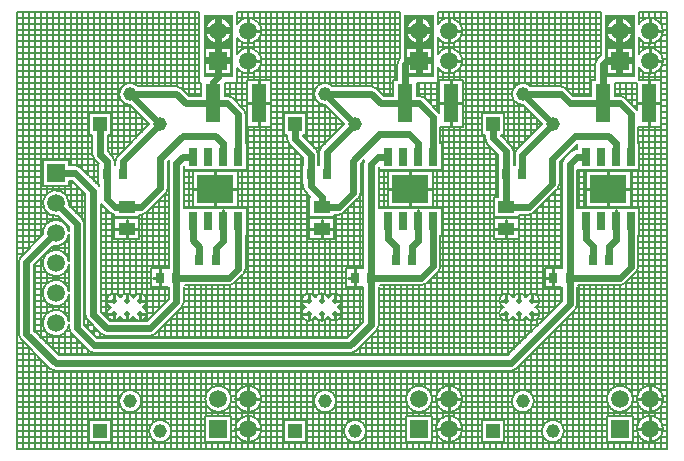
<source format=gtl>
G04*
G04 #@! TF.GenerationSoftware,Altium Limited,Altium Designer,18.0.9 (584)*
G04*
G04 Layer_Physical_Order=1*
G04 Layer_Color=255*
%FSLAX43Y43*%
%MOMM*%
G71*
G01*
G75*
%ADD14C,0.200*%
%ADD15C,0.254*%
%ADD27R,0.720X0.880*%
%ADD28R,1.300X3.250*%
%ADD29R,1.400X1.050*%
%ADD30R,0.800X1.500*%
%ADD31R,3.100X2.410*%
%ADD32C,0.600*%
%ADD33C,1.168*%
%ADD34R,1.168X1.168*%
%ADD35C,1.500*%
%ADD36R,1.500X1.500*%
%ADD37R,1.500X1.500*%
%ADD38C,0.500*%
G36*
X18750Y32000D02*
X16250D01*
Y37250D01*
X18750D01*
Y32000D01*
D02*
G37*
G36*
X35750Y37250D02*
X35750Y37250D01*
Y32000D01*
X33250D01*
Y37250D01*
X35750Y37250D01*
D02*
G37*
G36*
X52750Y32000D02*
X50250D01*
Y37250D01*
X52750D01*
Y32000D01*
D02*
G37*
%LPC*%
G36*
X17800Y36852D02*
Y36190D01*
X18462D01*
X18377Y36396D01*
X18216Y36606D01*
X18006Y36767D01*
X17800Y36852D01*
D02*
G37*
G36*
X17200D02*
X16994Y36767D01*
X16784Y36606D01*
X16623Y36396D01*
X16538Y36190D01*
X17200D01*
Y36852D01*
D02*
G37*
G36*
X18462Y35590D02*
X17800D01*
Y34928D01*
X18006Y35013D01*
X18216Y35174D01*
X18377Y35384D01*
X18462Y35590D01*
D02*
G37*
G36*
X17200D02*
X16538D01*
X16623Y35384D01*
X16784Y35174D01*
X16994Y35013D01*
X17200Y34928D01*
Y35590D01*
D02*
G37*
G36*
X18504Y34354D02*
X17800D01*
Y33650D01*
X18504D01*
Y34354D01*
D02*
G37*
G36*
X17200D02*
X16496D01*
Y33650D01*
X17200D01*
Y34354D01*
D02*
G37*
G36*
X18504Y33050D02*
X17800D01*
Y32346D01*
X18504D01*
Y33050D01*
D02*
G37*
G36*
X17200D02*
X16496D01*
Y32346D01*
X17200D01*
Y33050D01*
D02*
G37*
G36*
X34800Y36852D02*
Y36190D01*
X35462D01*
X35377Y36396D01*
X35216Y36606D01*
X35006Y36767D01*
X34800Y36852D01*
D02*
G37*
G36*
X34200D02*
X33994Y36767D01*
X33784Y36606D01*
X33623Y36396D01*
X33538Y36190D01*
X34200D01*
Y36852D01*
D02*
G37*
G36*
X35462Y35590D02*
X34800D01*
Y34928D01*
X35006Y35013D01*
X35216Y35174D01*
X35377Y35384D01*
X35462Y35590D01*
D02*
G37*
G36*
X34200D02*
X33538D01*
X33623Y35384D01*
X33784Y35174D01*
X33994Y35013D01*
X34200Y34928D01*
Y35590D01*
D02*
G37*
G36*
X35504Y34354D02*
X34800D01*
Y33650D01*
X35504D01*
Y34354D01*
D02*
G37*
G36*
X34200D02*
X33496D01*
Y33650D01*
X34200D01*
Y34354D01*
D02*
G37*
G36*
X35504Y33050D02*
X34800D01*
Y32346D01*
X35504D01*
Y33050D01*
D02*
G37*
G36*
X34200D02*
X33496D01*
Y32346D01*
X34200D01*
Y33050D01*
D02*
G37*
G36*
X51800Y36852D02*
Y36190D01*
X52462D01*
X52377Y36396D01*
X52216Y36606D01*
X52006Y36767D01*
X51800Y36852D01*
D02*
G37*
G36*
X51200D02*
X50994Y36767D01*
X50784Y36606D01*
X50623Y36396D01*
X50538Y36190D01*
X51200D01*
Y36852D01*
D02*
G37*
G36*
X52462Y35590D02*
X51800D01*
Y34928D01*
X52006Y35013D01*
X52216Y35174D01*
X52377Y35384D01*
X52462Y35590D01*
D02*
G37*
G36*
X51200D02*
X50538D01*
X50623Y35384D01*
X50784Y35174D01*
X50994Y35013D01*
X51200Y34928D01*
Y35590D01*
D02*
G37*
G36*
X52504Y34354D02*
X51800D01*
Y33650D01*
X52504D01*
Y34354D01*
D02*
G37*
G36*
X51200D02*
X50496D01*
Y33650D01*
X51200D01*
Y34354D01*
D02*
G37*
G36*
X52504Y33050D02*
X51800D01*
Y32346D01*
X52504D01*
Y33050D01*
D02*
G37*
G36*
X51200D02*
X50496D01*
Y32346D01*
X51200D01*
Y33050D01*
D02*
G37*
%LPD*%
D14*
X55144Y35890D02*
G03*
X53111Y36486I-1104J0D01*
G01*
Y35294D02*
G03*
X55144Y35890I929J596D01*
G01*
Y33350D02*
G03*
X53111Y33946I-1104J0D01*
G01*
Y32754D02*
G03*
X55144Y33350I929J596D01*
G01*
X49588Y33513D02*
G03*
X49396Y33050I462J-462D01*
G01*
X49588Y33513D02*
G03*
X49396Y33050I462J-462D01*
G01*
X51962Y30212D02*
G03*
X51500Y30404I-462J-462D01*
G01*
X51962Y30212D02*
G03*
X51500Y30404I-462J-462D01*
G01*
X46962Y31002D02*
G03*
X46500Y31194I-462J-462D01*
G01*
X46962Y31002D02*
G03*
X46500Y31194I-462J-462D01*
G01*
X43962D02*
G03*
X43303Y29602I-672J-654D01*
G01*
X47841Y25904D02*
G03*
X47395Y25713I16J-654D01*
G01*
X47841Y25904D02*
G03*
X47395Y25713I16J-654D01*
G01*
X46778Y25095D02*
G03*
X46586Y24633I462J-462D01*
G01*
X46778Y25095D02*
G03*
X46586Y24633I462J-462D01*
G01*
X46212Y22488D02*
G03*
X46404Y22950I-462J462D01*
G01*
X46212Y22488D02*
G03*
X46404Y22950I-462J462D01*
G01*
X43775Y20321D02*
G03*
X44237Y20513I0J654D01*
G01*
X43775Y20321D02*
G03*
X44237Y20513I0J654D01*
G01*
X38144Y35890D02*
G03*
X36111Y36486I-1104J0D01*
G01*
Y32754D02*
G03*
X38144Y33350I929J596D01*
G01*
D02*
G03*
X36111Y33946I-1104J0D01*
G01*
Y35294D02*
G03*
X38144Y35890I929J596D01*
G01*
X32838Y33513D02*
G03*
X32646Y33050I462J-462D01*
G01*
X32838Y33513D02*
G03*
X32646Y33050I462J-462D01*
G01*
X30922Y31002D02*
G03*
X30460Y31194I-462J-462D01*
G01*
X34962Y30212D02*
G03*
X34500Y30404I-462J-462D01*
G01*
X34962Y30212D02*
G03*
X34500Y30404I-462J-462D01*
G01*
X30922Y31002D02*
G03*
X30460Y31194I-462J-462D01*
G01*
X42514Y25677D02*
G03*
X42322Y26140I-654J0D01*
G01*
X42514Y25677D02*
G03*
X42322Y26140I-654J0D01*
G01*
X42778Y25872D02*
G03*
X42586Y25410I462J-462D01*
G01*
X42778Y25872D02*
G03*
X42586Y25410I462J-462D01*
G01*
X40096Y26787D02*
G03*
X40288Y26325I654J0D01*
G01*
X40096Y26787D02*
G03*
X40288Y26325I654J0D01*
G01*
X29846Y24921D02*
G03*
X29786Y24647I594J-274D01*
G01*
X29846Y24921D02*
G03*
X29786Y24647I594J-274D01*
G01*
X29362Y21705D02*
G03*
X29554Y22168I-462J462D01*
G01*
X29362Y21705D02*
G03*
X29554Y22168I-462J462D01*
G01*
X27707Y20321D02*
G03*
X28170Y20513I0J654D01*
G01*
X27707Y20321D02*
G03*
X28170Y20513I0J654D01*
G01*
X52867Y15443D02*
G03*
X53059Y15905I-462J462D01*
G01*
X52867Y15443D02*
G03*
X53059Y15905I-462J462D01*
G01*
X51500Y14346D02*
G03*
X51962Y14538I0J654D01*
G01*
X51500Y14346D02*
G03*
X51962Y14538I0J654D01*
G01*
X47712Y12288D02*
G03*
X47904Y12750I-462J462D01*
G01*
X47712Y12288D02*
G03*
X47904Y12750I-462J462D01*
G01*
X44350Y12500D02*
G03*
X44704Y13050I-250J550D01*
G01*
D02*
G03*
X43550Y13300I-604J0D01*
G01*
Y11700D02*
G03*
X44704Y11950I550J250D01*
G01*
D02*
G03*
X44350Y12500I-604J0D01*
G01*
X43550Y13300D02*
G03*
X42450Y13300I-550J-250D01*
G01*
Y11700D02*
G03*
X43550Y11700I550J250D01*
G01*
X55144Y4727D02*
G03*
X55144Y4727I-1104J0D01*
G01*
X52604D02*
G03*
X52604Y4727I-1104J0D01*
G01*
X55144Y2187D02*
G03*
X55144Y2187I-1104J0D01*
G01*
X42250Y7096D02*
G03*
X42712Y7288I0J654D01*
G01*
X42250Y7096D02*
G03*
X42712Y7288I0J654D01*
G01*
X46768Y2000D02*
G03*
X46768Y2000I-938J0D01*
G01*
X44228Y4540D02*
G03*
X44228Y4540I-938J0D01*
G01*
X42450Y13300D02*
G03*
X41650Y12500I-550J-250D01*
G01*
X36118Y15493D02*
G03*
X36309Y15955I-462J462D01*
G01*
X36118Y15493D02*
G03*
X36309Y15955I-462J462D01*
G01*
X34700Y14346D02*
G03*
X35162Y14538I0J654D01*
G01*
X34700Y14346D02*
G03*
X35162Y14538I0J654D01*
G01*
X41650Y12500D02*
G03*
X42450Y11700I250J-550D01*
G01*
X27600Y12500D02*
G03*
X27954Y13050I-250J550D01*
G01*
D02*
G03*
X26800Y13300I-604J0D01*
G01*
X30902Y10545D02*
G03*
X31094Y11008I-462J462D01*
G01*
X30902Y10545D02*
G03*
X31094Y11008I-462J462D01*
G01*
X27954Y11950D02*
G03*
X27600Y12500I-604J0D01*
G01*
X28682Y8596D02*
G03*
X29145Y8788I0J654D01*
G01*
X28682Y8596D02*
G03*
X29145Y8788I0J654D01*
G01*
X38144Y4727D02*
G03*
X38144Y4727I-1104J0D01*
G01*
Y2187D02*
G03*
X38144Y2187I-1104J0D01*
G01*
X35604Y4727D02*
G03*
X35604Y4727I-1104J0D01*
G01*
X30018Y2000D02*
G03*
X30018Y2000I-938J0D01*
G01*
X27212Y31194D02*
G03*
X26553Y29602I-672J-654D01*
G01*
X19111Y35294D02*
G03*
X21144Y35890I929J596D01*
G01*
D02*
G03*
X19111Y36486I-1104J0D01*
G01*
X21144Y33350D02*
G03*
X19111Y33946I-1104J0D01*
G01*
Y32754D02*
G03*
X21144Y33350I929J596D01*
G01*
X18717Y30212D02*
G03*
X18255Y30404I-462J-462D01*
G01*
X18717Y30212D02*
G03*
X18255Y30404I-462J-462D01*
G01*
X26227Y26072D02*
G03*
X26036Y25610I462J-462D01*
G01*
X26227Y26072D02*
G03*
X26036Y25610I462J-462D01*
G01*
X25964Y25413D02*
G03*
X25772Y25875I-654J0D01*
G01*
X25964Y25413D02*
G03*
X25772Y25875I-654J0D01*
G01*
X23346Y26722D02*
G03*
X23538Y26260I654J0D01*
G01*
X23346Y26722D02*
G03*
X23538Y26260I654J0D01*
G01*
X24656Y22771D02*
G03*
X24847Y22308I654J0D01*
G01*
X24656Y22771D02*
G03*
X24847Y22308I654J0D01*
G01*
X19809Y28850D02*
G03*
X19617Y29312I-654J0D01*
G01*
X19809Y28850D02*
G03*
X19617Y29312I-654J0D01*
G01*
X14423Y31002D02*
G03*
X13960Y31194I-462J-462D01*
G01*
X14423Y31002D02*
G03*
X13960Y31194I-462J-462D01*
G01*
X10712D02*
G03*
X10053Y29602I-672J-654D01*
G01*
X13322Y24897D02*
G03*
X13286Y24683I618J-214D01*
G01*
X13322Y24897D02*
G03*
X13286Y24683I618J-214D01*
G01*
X8977Y25322D02*
G03*
X8786Y24860I462J-462D01*
G01*
X8977Y25322D02*
G03*
X8786Y24860I462J-462D01*
G01*
X8714Y24857D02*
G03*
X8522Y25320I-654J0D01*
G01*
X8714Y24857D02*
G03*
X8522Y25320I-654J0D01*
G01*
X6846Y25417D02*
G03*
X7038Y24955I654J0D01*
G01*
X6846Y25417D02*
G03*
X7038Y24955I654J0D01*
G01*
X5862Y24312D02*
G03*
X5400Y24504I-462J-462D01*
G01*
X5862Y24312D02*
G03*
X5400Y24504I-462J-462D01*
G01*
X13062Y22138D02*
G03*
X13254Y22600I-462J462D01*
G01*
X13062Y22138D02*
G03*
X13254Y22600I-462J462D01*
G01*
X10975Y20321D02*
G03*
X11437Y20513I0J654D01*
G01*
X10975Y20321D02*
G03*
X11437Y20513I0J654D01*
G01*
X8279D02*
G03*
X8696Y20323I462J462D01*
G01*
X8279Y20513D02*
G03*
X8696Y20323I462J462D01*
G01*
X6154Y19560D02*
G03*
X5962Y20022I-654J0D01*
G01*
X6154Y19560D02*
G03*
X5962Y20022I-654J0D01*
G01*
X4854Y21310D02*
G03*
X3916Y20219I-1104J0D01*
G01*
X4841Y21144D02*
G03*
X4854Y21310I-1091J166D01*
G01*
X4846Y18903D02*
G03*
X2653Y18648I-1096J-133D01*
G01*
X3541Y17686D02*
G03*
X4846Y18637I209J1084D01*
G01*
X788Y16782D02*
G03*
X596Y16320I462J-462D01*
G01*
X788Y16782D02*
G03*
X596Y16320I462J-462D01*
G01*
X26800Y13300D02*
G03*
X25700Y13300I-550J-250D01*
G01*
X25700D02*
G03*
X24900Y12500I-550J-250D01*
G01*
X26800Y11700D02*
G03*
X27954Y11950I550J250D01*
G01*
X25700Y11700D02*
G03*
X26800Y11700I550J250D01*
G01*
X24900Y12500D02*
G03*
X25700Y11700I250J-550D01*
G01*
X19617Y15293D02*
G03*
X19809Y15755I-462J462D01*
G01*
X19617Y15293D02*
G03*
X19809Y15755I-462J462D01*
G01*
X18400Y14346D02*
G03*
X18862Y14538I0J654D01*
G01*
X18400Y14346D02*
G03*
X18862Y14538I0J654D01*
G01*
X14402Y12478D02*
G03*
X14594Y12940I-462J462D01*
G01*
X14402Y12478D02*
G03*
X14594Y12940I-462J462D01*
G01*
X27478Y4540D02*
G03*
X27478Y4540I-938J0D01*
G01*
X21144Y4727D02*
G03*
X21144Y4727I-1104J0D01*
G01*
X18604D02*
G03*
X18604Y4727I-1104J0D01*
G01*
X21144Y2187D02*
G03*
X21144Y2187I-1104J0D01*
G01*
X13518Y2000D02*
G03*
X13518Y2000I-938J0D01*
G01*
X11454Y13050D02*
G03*
X10300Y13300I-604J0D01*
G01*
X11100Y12500D02*
G03*
X11454Y13050I-250J550D01*
G01*
X10300Y13300D02*
G03*
X9200Y13300I-550J-250D01*
G01*
X9200D02*
G03*
X8400Y12500I-550J-250D01*
G01*
X11454Y11950D02*
G03*
X11100Y12500I-604J0D01*
G01*
X10934Y11352D02*
G03*
X11454Y11950I-84J598D01*
G01*
X10300Y11701D02*
G03*
X10766Y11352I550J250D01*
G01*
X9834D02*
G03*
X10300Y11701I-84J598D01*
G01*
X9200D02*
G03*
X9666Y11352I550J250D01*
G01*
X8400Y12500D02*
G03*
X8566Y11352I250J-550D01*
G01*
X8734D02*
G03*
X9200Y11701I-84J598D01*
G01*
X4846Y16363D02*
G03*
X4846Y16097I-1096J-133D01*
G01*
Y13823D02*
G03*
X4846Y13557I-1096J-133D01*
G01*
X6246Y11850D02*
G03*
X6438Y11388I654J0D01*
G01*
X6246Y11850D02*
G03*
X6438Y11388I654J0D01*
G01*
X4846Y11283D02*
G03*
X4846Y11017I-1096J-133D01*
G01*
X11698Y10044D02*
G03*
X12160Y10236I0J654D01*
G01*
X11698Y10044D02*
G03*
X12160Y10236I0J654D01*
G01*
X7590D02*
G03*
X8052Y10044I462J462D01*
G01*
X7590Y10236D02*
G03*
X8052Y10044I462J462D01*
G01*
X10978Y4540D02*
G03*
X10978Y4540I-938J0D01*
G01*
X4846Y10750D02*
G03*
X5038Y10288I654J0D01*
G01*
X4846Y10750D02*
G03*
X5038Y10288I654J0D01*
G01*
X6538Y8788D02*
G03*
X7000Y8596I462J462D01*
G01*
X6538Y8788D02*
G03*
X7000Y8596I462J462D01*
G01*
X596Y10250D02*
G03*
X788Y9788I654J0D01*
G01*
X596Y10250D02*
G03*
X788Y9788I654J0D01*
G01*
X3288Y7288D02*
G03*
X3750Y7096I462J462D01*
G01*
X3288Y7288D02*
G03*
X3750Y7096I462J462D01*
G01*
X54960Y36500D02*
X55500D01*
X53111Y37000D02*
X55500D01*
X55139Y36000D02*
X55500D01*
X55000Y36435D02*
Y37500D01*
X53111Y37500D02*
X55500D01*
X53111Y37500D02*
X55500D01*
X54693Y35000D02*
X55500D01*
X55073Y35500D02*
X55500D01*
X54932Y34000D02*
X55500D01*
X53111Y34500D02*
X55500D01*
X54500Y36894D02*
Y37500D01*
X54000Y36993D02*
Y37500D01*
X53500Y36853D02*
Y37500D01*
X53111Y36486D02*
Y37250D01*
X53111Y37250D02*
Y37500D01*
Y36486D02*
Y37250D01*
X54000Y34453D02*
Y34787D01*
X54500Y34354D02*
Y34886D01*
X53500Y34313D02*
Y34927D01*
X53111Y35000D02*
X53387D01*
X53111Y33946D02*
Y35294D01*
X55134Y33500D02*
X55500D01*
X55000Y33895D02*
Y35345D01*
X54744Y32500D02*
X55500D01*
X55087Y33000D02*
X55500D01*
X54954Y31000D02*
X55500D01*
X54954Y31500D02*
X55500D01*
X54954Y30500D02*
X55500D01*
X53111Y32000D02*
X55500D01*
X53111Y31729D02*
X54954D01*
Y27771D02*
Y31729D01*
X53111Y32500D02*
X53336D01*
X53500Y31729D02*
Y32387D01*
X53111Y32000D02*
Y32754D01*
X53111Y33946D02*
Y35294D01*
Y32000D02*
Y32754D01*
X54500Y31729D02*
Y32346D01*
X54000Y31729D02*
Y32247D01*
X53111Y31729D02*
Y32000D01*
X52500Y29675D02*
Y31500D01*
X52946Y29212D02*
Y31500D01*
X38139Y36000D02*
X49889D01*
X37960Y36500D02*
X49889D01*
Y33814D02*
Y37500D01*
X38073Y35500D02*
X49889D01*
X36111Y37500D02*
X49889D01*
X36111Y37500D02*
X49889D01*
X36111Y37000D02*
X49889D01*
X51054Y31500D02*
X52946D01*
X49588Y33513D02*
X49888Y33812D01*
X51054Y31500D02*
X52946D01*
X36111Y34500D02*
X49889D01*
X37693Y35000D02*
X49889D01*
X37932Y34000D02*
X49889D01*
X49500Y33404D02*
Y37500D01*
X45500Y31194D02*
Y37500D01*
X38134Y33500D02*
X49575D01*
X44500Y31194D02*
Y37500D01*
X45000Y31194D02*
Y37500D01*
X49046Y31729D02*
X49396D01*
Y33050D01*
X38204Y31500D02*
X49046D01*
X37744Y32500D02*
X49396D01*
X38087Y33000D02*
X49396D01*
X36111Y32000D02*
X49396D01*
X51054Y30500D02*
X52946D01*
X51054Y30404D02*
Y31500D01*
X52000Y30175D02*
Y31500D01*
X51500Y30404D02*
Y31500D01*
X51054Y31000D02*
X52946D01*
X46965D02*
X49046D01*
Y30404D02*
Y31729D01*
X51962Y30212D02*
X52867Y29307D01*
X47561Y30404D02*
X49046D01*
X47465Y30500D02*
X49046D01*
X51054Y30404D02*
X51500D01*
X48000D02*
Y37500D01*
X47500Y30465D02*
Y37500D01*
X49000Y30404D02*
Y37500D01*
X48500Y30404D02*
Y37500D01*
X46000Y31194D02*
Y37500D01*
X44000Y31194D02*
Y37500D01*
X47000Y30965D02*
Y37500D01*
X46962Y31002D02*
X47561Y30404D01*
X43962Y31194D02*
X46500D01*
X46500D02*
Y37500D01*
X54954Y29500D02*
X55500D01*
X54954Y30000D02*
X55500D01*
X54954Y28500D02*
X55500D01*
X54954Y29000D02*
X55500D01*
X54954Y28000D02*
X55500D01*
X53059Y27771D02*
X54954D01*
X53059Y27500D02*
X55500D01*
X53159Y25000D02*
X55500D01*
X53159Y25500D02*
X55500D01*
X53159Y24500D02*
X55500D01*
X53059Y26500D02*
X55500D01*
X53059Y27000D02*
X55500D01*
X53159Y26000D02*
X55500D01*
X53159Y24146D02*
Y26354D01*
X53059D02*
Y27771D01*
X52175Y30000D02*
X52946D01*
X52675Y29500D02*
X52946D01*
X51651Y24146D02*
X51889D01*
X50381D02*
X50619D01*
X51889D02*
X53159D01*
X49349D02*
X50381D01*
X49111D02*
X49349D01*
X50381D02*
X50619D01*
X52404Y24000D02*
X55500D01*
X52404Y20941D02*
Y24059D01*
X53000Y20854D02*
Y24146D01*
X52500Y20854D02*
Y24146D01*
X52404Y23000D02*
X55500D01*
X52404Y23500D02*
X55500D01*
X52404Y22500D02*
X55500D01*
X53159Y20500D02*
X55500D01*
X52404Y21500D02*
X55500D01*
X53159Y20000D02*
X55500D01*
X52404Y21000D02*
X55500D01*
X52404Y22000D02*
X55500D01*
X51889Y20854D02*
X53159D01*
X51651Y24146D02*
X51889D01*
X50619D02*
X51651D01*
Y20854D02*
X51889D01*
X50619D02*
X51651D01*
X50381D02*
X50619D01*
X50381D02*
X50619D01*
X51651D02*
X51889D01*
X49111D02*
X49349D01*
X49111D02*
X49349D01*
X50381D01*
X47841Y26216D02*
X47971Y26346D01*
X47625Y26000D02*
X47841D01*
Y25904D02*
Y26216D01*
X46778Y25095D02*
X47395Y25713D01*
X46404Y24779D02*
X47841Y26216D01*
X49111Y24146D02*
X49349D01*
X47894D02*
X49111D01*
X48596Y24059D02*
X52404D01*
X47894Y24000D02*
X48596D01*
X47894Y23500D02*
X48596D01*
X43303Y29602D02*
X44892Y28013D01*
X44500Y27595D02*
Y28405D01*
X42778Y25872D02*
X44892Y27987D01*
X44000Y27095D02*
Y28905D01*
X41688Y28500D02*
X44405D01*
X38204Y29000D02*
X43905D01*
X41688Y28000D02*
X44892D01*
X46404Y24500D02*
X46586D01*
X46404Y23500D02*
X46586D01*
X41688Y27500D02*
X44405D01*
X41462Y27000D02*
X43905D01*
X46404Y24000D02*
X46586D01*
X48596Y20941D02*
Y24059D01*
X48500Y20854D02*
Y24146D01*
X48000Y20854D02*
Y24146D01*
X47894Y22500D02*
X48596D01*
X47894Y23000D02*
X48596D01*
X47894Y20854D02*
Y24146D01*
Y21500D02*
X48596D01*
X47894Y22000D02*
X48596D01*
Y20941D02*
X52404D01*
X47894Y21000D02*
X48596D01*
X45725Y22000D02*
X46586D01*
X47894Y20854D02*
X49111D01*
X46404Y23000D02*
X46586D01*
X46404Y22950D02*
Y24779D01*
X46224Y22500D02*
X46586D01*
X44237Y20513D02*
X46212Y22488D01*
X44725Y21000D02*
X46586D01*
X45225Y21500D02*
X46586D01*
X44224Y20500D02*
X46586D01*
X42954Y20321D02*
X43775D01*
X38000Y36435D02*
Y37500D01*
X37500Y36894D02*
Y37500D01*
X38000Y33895D02*
Y35345D01*
X37500Y34354D02*
Y34886D01*
Y31729D02*
Y32346D01*
X36196Y31729D02*
X38204D01*
X37000Y36993D02*
Y37500D01*
X36111Y37250D02*
Y37500D01*
X36500Y36853D02*
Y37500D01*
X36111Y36486D02*
Y37250D01*
Y35000D02*
X36387D01*
X36111Y36486D02*
Y37250D01*
Y33946D02*
Y35294D01*
X37000Y34453D02*
Y34787D01*
Y31729D02*
Y32247D01*
X36500Y34313D02*
Y34927D01*
Y31729D02*
Y32387D01*
X43500Y31454D02*
Y37500D01*
X43000Y31432D02*
Y37500D01*
X42500Y25812D02*
Y30035D01*
Y31045D02*
Y37500D01*
X38204Y31000D02*
X42472D01*
X38204Y30500D02*
X42353D01*
X42000Y26462D02*
Y37500D01*
X43500Y26595D02*
Y29405D01*
X41688Y27062D02*
Y28938D01*
X43000Y26095D02*
Y29648D01*
X38204Y29500D02*
X43405D01*
X38204Y30000D02*
X42523D01*
X39812Y28938D02*
X41688D01*
X40500D02*
Y37500D01*
X40000Y28938D02*
Y37500D01*
X41500Y28938D02*
Y37500D01*
X41000Y28938D02*
Y37500D01*
X38000Y31729D02*
Y32805D01*
X36196Y28962D02*
Y31729D01*
X38204Y27771D02*
Y31729D01*
Y28500D02*
X39812D01*
Y27062D02*
Y28938D01*
X32889Y37250D02*
Y37500D01*
X36111Y33946D02*
Y35294D01*
X32889Y33564D02*
Y37250D01*
Y33564D02*
Y37250D01*
X36111Y32500D02*
X36336D01*
X36111Y32000D02*
Y32754D01*
Y32000D02*
Y32754D01*
X34304Y31500D02*
X36111D01*
Y32000D01*
X34304Y31500D02*
X36196D01*
X32500Y31729D02*
Y37500D01*
X30000Y31194D02*
Y37500D01*
X30500Y31193D02*
Y37500D01*
X29500Y31194D02*
Y37500D01*
X27500Y31194D02*
Y37500D01*
X27000Y31358D02*
Y37500D01*
X29000Y31194D02*
Y37500D01*
X32296Y31729D02*
X32646D01*
Y33050D01*
X27212Y31194D02*
X30460D01*
X28000D02*
Y37500D01*
X28500Y31194D02*
Y37500D01*
X35000Y30175D02*
Y31500D01*
X34500Y30404D02*
Y31500D01*
X36000Y29175D02*
Y31500D01*
X35500Y29675D02*
Y31500D01*
X34304Y30500D02*
X36196D01*
X34304Y31000D02*
X36196D01*
X34304Y30404D02*
Y31500D01*
X35675Y29500D02*
X36196D01*
X35175Y30000D02*
X36196D01*
X34962Y30212D02*
X36118Y29057D01*
X34304Y30404D02*
X34500D01*
X32000D02*
Y37500D01*
X31500Y30425D02*
Y37500D01*
X32296Y30404D02*
Y31729D01*
X31000Y30925D02*
Y37500D01*
X30922Y31002D02*
X31521Y30404D01*
X31425Y30500D02*
X32296D01*
X30925Y31000D02*
X32296D01*
X31521Y30404D02*
X32296D01*
X28000Y27845D02*
Y28155D01*
X27500Y27345D02*
Y28655D01*
X27000Y26845D02*
Y29155D01*
X41962Y26500D02*
X43405D01*
X42429Y26000D02*
X42905D01*
X41404Y27058D02*
X42322Y26140D01*
X41404Y27062D02*
X41688D01*
X40288Y26325D02*
X41206Y25406D01*
X42586Y24544D02*
Y25410D01*
X41206Y24544D02*
Y25406D01*
X36409Y25000D02*
X41206D01*
X42514Y24544D02*
Y25677D01*
X39812Y27062D02*
X40096D01*
X38204Y28000D02*
X39812D01*
X40096Y26787D02*
Y27062D01*
X36309Y26354D02*
Y27771D01*
Y27500D02*
X39812D01*
X36309Y27771D02*
X38204D01*
X36309Y27000D02*
X40096D01*
X36409Y26000D02*
X40612D01*
X36409Y25500D02*
X41112D01*
X36309Y26500D02*
X40163D01*
X36409Y24500D02*
X41146D01*
Y22956D02*
Y24544D01*
X35654Y24000D02*
X41146D01*
X41206Y21854D02*
Y22956D01*
X41000Y21854D02*
Y25612D01*
X35654Y23000D02*
X41146D01*
X35654Y23500D02*
X41146D01*
X35654Y22500D02*
X41206D01*
X42954Y20096D02*
Y20321D01*
X40846Y21854D02*
X41206D01*
X40846Y20004D02*
X42954D01*
X35654Y22000D02*
X41206D01*
X36409Y20500D02*
X40846D01*
Y20096D02*
X42954D01*
X36409Y24146D02*
Y26354D01*
X35654Y20941D02*
Y24059D01*
X40846Y20096D02*
Y21854D01*
X36000Y20854D02*
Y24146D01*
X34901D02*
X35139D01*
X34901D02*
X35139D01*
X36409D01*
X35654Y21000D02*
X40846D01*
X35654Y21500D02*
X40846D01*
X35139Y20854D02*
X36409D01*
X34901D02*
X35139D01*
X33869D02*
X34901D01*
X35139D01*
X33631Y24146D02*
X33869D01*
X32599D02*
X33631D01*
X33869D02*
X34901D01*
X33631D02*
X33869D01*
X32361D02*
X32599D01*
X31094D02*
X32361D01*
X32599D01*
X31846Y24059D02*
X35654D01*
X31094Y22500D02*
X31846D01*
X31094Y22000D02*
X31846D01*
X31094Y24000D02*
X31846D01*
X31094Y24146D02*
Y24376D01*
X29554Y24629D02*
X29846Y24921D01*
X29554Y24500D02*
X29786D01*
X29554Y22168D02*
Y24629D01*
X31094Y23500D02*
X31846D01*
X29554Y24000D02*
X29786D01*
X31094Y23000D02*
X31846D01*
X29554D02*
X29786D01*
X29554Y23500D02*
X29786D01*
X29554Y22500D02*
X29786D01*
X31846Y20941D02*
X35654D01*
X31846D02*
Y24059D01*
X31500Y20854D02*
Y24146D01*
X31094Y21000D02*
X31846D01*
X31094Y21500D02*
X31846D01*
X31094Y20854D02*
Y24146D01*
X33631Y20854D02*
X33869D01*
X32599D02*
X33631D01*
X33869D01*
X32361D02*
X32599D01*
X31094D02*
X32361D01*
X32599D01*
X29532Y22000D02*
X29786D01*
X28657Y21000D02*
X29786D01*
X29157Y21500D02*
X29786D01*
X28170Y20513D02*
X29362Y21705D01*
X28157Y20500D02*
X29786D01*
X27304Y20321D02*
X27707D01*
X27304Y20096D02*
Y20321D01*
Y20000D02*
X29786D01*
X53159Y19000D02*
X55500D01*
X53159Y19500D02*
X55500D01*
X53059Y18000D02*
X55500D01*
X53059Y18500D02*
X55500D01*
X53059Y17000D02*
X55500D01*
X53059Y17500D02*
X55500D01*
X53059Y16500D02*
X55500D01*
X52918Y15500D02*
X55500D01*
X53059Y16000D02*
X55500D01*
X52425Y15000D02*
X55500D01*
X47894Y14000D02*
X55500D01*
X51921Y14500D02*
X55500D01*
X47894Y13500D02*
X55500D01*
X53159Y18646D02*
Y20854D01*
X53059Y15905D02*
Y18646D01*
X46500Y15794D02*
Y24875D01*
X46000Y15794D02*
Y22275D01*
X46586Y15794D02*
Y24633D01*
X51962Y14538D02*
X52867Y15443D01*
X47954Y14346D02*
X51500D01*
X46586Y13011D02*
Y14206D01*
X55000Y5272D02*
Y32805D01*
X54500Y5730D02*
Y27771D01*
X55500Y500D02*
Y37500D01*
X55500Y500D02*
Y37500D01*
X54000Y5830D02*
Y27771D01*
X53500Y5689D02*
Y27771D01*
X53000Y5096D02*
Y15633D01*
X52000Y5711D02*
Y14575D01*
X51500Y5831D02*
Y14346D01*
X52500Y5195D02*
Y15075D01*
X47854Y12500D02*
X55500D01*
X47894Y13000D02*
X55500D01*
X47425Y12000D02*
X55500D01*
X51000Y5711D02*
Y14346D01*
X50500Y5194D02*
Y14346D01*
X50000Y500D02*
Y14346D01*
X49500Y500D02*
Y14346D01*
X48500Y500D02*
Y14346D01*
X48000Y500D02*
Y14346D01*
X49000Y500D02*
Y14346D01*
X47894Y12864D02*
Y14206D01*
X47000Y500D02*
Y11575D01*
X46500Y12925D02*
Y14206D01*
X47500Y500D02*
Y12075D01*
X42954Y19500D02*
X46586D01*
X42954Y20000D02*
X46586D01*
X42954Y18500D02*
X46586D01*
X42954Y19000D02*
X46586D01*
X36309Y17500D02*
X46586D01*
X36309Y18000D02*
X46586D01*
X36309Y17000D02*
X46586D01*
X45146Y15794D02*
X46526D01*
X45146Y14206D02*
X46526D01*
X36309Y16000D02*
X46586D01*
X36309Y16500D02*
X46586D01*
X31094Y14000D02*
X46586D01*
X45500Y15794D02*
Y21775D01*
X43000Y13654D02*
Y20321D01*
X44500Y13503D02*
Y20775D01*
X44000Y13646D02*
Y20361D01*
X42954Y18246D02*
Y20004D01*
X40846Y18246D02*
X42954D01*
X45146Y14206D02*
Y15794D01*
X35625Y15000D02*
X45146D01*
X36125Y15500D02*
X45146D01*
X35121Y14500D02*
X45146D01*
X44503Y13500D02*
X46586D01*
X46000Y12425D02*
Y14206D01*
X45500Y11925D02*
Y14206D01*
X45000Y11425D02*
Y21275D01*
X41979Y8404D02*
X46586Y13011D01*
X44702Y13000D02*
X46575D01*
X44350Y12500D02*
X46075D01*
X44702Y12000D02*
X45575D01*
X42712Y7288D02*
X47712Y12288D01*
X43403Y13500D02*
X43697D01*
X43500Y13389D02*
Y20321D01*
X42303Y13500D02*
X42597D01*
X44500Y12403D02*
Y12597D01*
X43500Y9925D02*
Y11611D01*
X55110Y5000D02*
X55500D01*
X54828Y5500D02*
X55500D01*
X46925Y11500D02*
X55500D01*
X54871Y4000D02*
X55500D01*
X55120Y4500D02*
X55500D01*
X54786Y3000D02*
X55500D01*
X54000Y3290D02*
Y3623D01*
X54500Y3190D02*
Y3723D01*
X52570Y5000D02*
X52970D01*
X52581Y4500D02*
X52959D01*
X52331Y4000D02*
X53209D01*
X52500Y3290D02*
Y4258D01*
X52288Y5500D02*
X53252D01*
X50500Y3290D02*
Y4259D01*
X53500Y3149D02*
Y3764D01*
X52000Y3290D02*
Y3742D01*
X52604Y3000D02*
X53294D01*
X50396Y3290D02*
X52604D01*
X51000D02*
Y3742D01*
X51500Y3290D02*
Y3622D01*
X55099Y2500D02*
X55500D01*
X55000Y2732D02*
Y4181D01*
X54905Y1500D02*
X55500D01*
X55128Y2000D02*
X55500D01*
X55000Y500D02*
Y1641D01*
X54000Y500D02*
Y1083D01*
X53500Y500D02*
Y1224D01*
X54500Y500D02*
Y1183D01*
X53000Y2556D02*
Y4357D01*
X52604Y2500D02*
X52981D01*
X53000Y500D02*
Y1817D01*
X52604Y1082D02*
Y3290D01*
Y1500D02*
X53175D01*
X52604Y2000D02*
X52952D01*
X50396Y1082D02*
Y3290D01*
X52000Y500D02*
Y1082D01*
X51500Y500D02*
Y1082D01*
X52500Y500D02*
Y1082D01*
X50396D02*
X52604D01*
X50500Y500D02*
Y1082D01*
X51000Y500D02*
Y1082D01*
X46425Y11000D02*
X55500D01*
X44503Y11500D02*
X45075D01*
X45425Y10000D02*
X55500D01*
X45925Y10500D02*
X55500D01*
X31094Y11000D02*
X44575D01*
X44500Y10925D02*
Y11497D01*
X30857Y10500D02*
X44075D01*
X44425Y9000D02*
X55500D01*
X44925Y9500D02*
X55500D01*
X43925Y8500D02*
X55500D01*
X42925Y7500D02*
X55500D01*
X43425Y8000D02*
X55500D01*
X37828Y5500D02*
X50712D01*
X43403Y11500D02*
X43697D01*
X42303D02*
X42597D01*
X44000Y10425D02*
Y11354D01*
X43000Y9425D02*
Y11346D01*
X30357Y10000D02*
X43575D01*
X29857Y9500D02*
X43075D01*
X29357Y9000D02*
X42575D01*
X43500Y5454D02*
Y8075D01*
X43000Y5432D02*
Y7575D01*
X44000Y5153D02*
Y8575D01*
X42500Y5045D02*
Y7146D01*
X44227Y4500D02*
X50419D01*
X46000Y2922D02*
Y10575D01*
X46500Y2657D02*
Y11075D01*
X44057Y4000D02*
X50669D01*
X44108Y5000D02*
X50430D01*
X37786Y3000D02*
X50396D01*
X46768Y2000D02*
X50396D01*
X46624Y2500D02*
X50396D01*
X46624Y1500D02*
X50396D01*
X46000Y500D02*
Y1078D01*
X45500Y500D02*
Y1122D01*
X46500Y500D02*
Y1343D01*
X45500Y2878D02*
Y10075D01*
X45000Y2437D02*
Y9575D01*
X44500Y500D02*
Y9075D01*
X37871Y4000D02*
X42523D01*
X44000Y500D02*
Y3927D01*
X43500Y500D02*
Y3626D01*
X43000Y500D02*
Y3648D01*
X45000Y500D02*
Y1563D01*
X41688Y2500D02*
X45036D01*
X41688Y2000D02*
X44892D01*
X41688Y1500D02*
X45036D01*
X42500Y13389D02*
Y18246D01*
X42000Y13646D02*
Y18246D01*
X36309Y18500D02*
X40846D01*
X41500Y13502D02*
Y18246D01*
Y12402D02*
Y12598D01*
X31094Y13500D02*
X41497D01*
X31094Y12500D02*
X41650D01*
X36409Y19000D02*
X40846D01*
X36409Y20000D02*
X40846D01*
Y18246D02*
Y20004D01*
X36409Y18646D02*
Y20854D01*
Y19500D02*
X40846D01*
X36309Y15955D02*
Y18646D01*
X35162Y14538D02*
X36118Y15493D01*
X31154Y14346D02*
X34700D01*
X40000Y8404D02*
Y27062D01*
X39500Y8404D02*
Y37500D01*
X41000Y8404D02*
Y18246D01*
X40500Y8404D02*
Y26112D01*
X38500Y8404D02*
Y37500D01*
X38000Y8404D02*
Y27771D01*
X39000Y8404D02*
Y37500D01*
X42500Y8925D02*
Y11611D01*
X42000Y8425D02*
Y11354D01*
X41500Y8404D02*
Y11498D01*
X36500Y8404D02*
Y27771D01*
X36000Y8404D02*
Y15375D01*
X37500Y8404D02*
Y27771D01*
X37000Y8404D02*
Y27771D01*
X35000Y8404D02*
Y14419D01*
X34500Y8404D02*
Y14346D01*
X35500Y8404D02*
Y14875D01*
X33500Y8404D02*
Y14346D01*
X33000Y8404D02*
Y14346D01*
X34000Y8404D02*
Y14346D01*
X32000Y8404D02*
Y14346D01*
X31500Y8404D02*
Y14346D01*
X32500Y8404D02*
Y14346D01*
X29786Y15794D02*
Y24647D01*
X29500Y15794D02*
Y21907D01*
X28346Y14206D02*
X29726D01*
X28346Y15794D02*
X29726D01*
X27304Y19000D02*
X29786D01*
X27304Y19500D02*
X29786D01*
X27304Y18500D02*
X29786D01*
X31094Y13000D02*
X41298D01*
X31094Y12000D02*
X41298D01*
X27952D02*
X29786D01*
X27952Y13000D02*
X29786D01*
X27753Y13500D02*
X29786D01*
X27600Y12500D02*
X29786D01*
X29000Y15794D02*
Y21343D01*
X28500Y15794D02*
Y20843D01*
X28346Y14206D02*
Y15794D01*
X27500Y13635D02*
Y20321D01*
X27304Y18246D02*
Y20004D01*
X27000Y13542D02*
Y18246D01*
X31094Y11500D02*
X41497D01*
X29786Y11278D02*
Y14206D01*
X31094Y11008D02*
Y14206D01*
X27753Y11500D02*
X29786D01*
X29500Y10992D02*
Y14206D01*
X28412Y9904D02*
X29786Y11278D01*
X31000Y8404D02*
Y10670D01*
X30500Y8404D02*
Y10143D01*
X29145Y8788D02*
X30902Y10545D01*
X29500Y8404D02*
Y9143D01*
X30000Y8404D02*
Y9643D01*
X29000Y10492D02*
Y14206D01*
X28500Y9992D02*
Y14206D01*
X28000Y9904D02*
Y20390D01*
X29000Y8404D02*
Y8678D01*
X27500Y9904D02*
Y11365D01*
X27000Y9904D02*
Y11458D01*
X28500Y8404D02*
Y8596D01*
X40500Y2938D02*
Y7096D01*
X40000Y2938D02*
Y7096D01*
X41500Y2938D02*
Y7096D01*
X41000Y2938D02*
Y7096D01*
X38110Y5000D02*
X42472D01*
X38000Y5272D02*
Y7096D01*
X38120Y4500D02*
X42353D01*
X39812Y2938D02*
X41688D01*
X38099Y2500D02*
X39812D01*
X38000Y2732D02*
Y4181D01*
X37500Y5730D02*
Y7096D01*
X37000Y5830D02*
Y7096D01*
X36500Y5689D02*
Y7096D01*
X36000Y5097D02*
Y7096D01*
X37500Y3190D02*
Y3723D01*
X37000Y3290D02*
Y3623D01*
X36500Y3149D02*
Y3764D01*
X35604Y3000D02*
X36294D01*
X36000Y2557D02*
Y4356D01*
X35604Y2500D02*
X35981D01*
X41688Y1062D02*
Y2938D01*
X39812Y1062D02*
Y2938D01*
X42500Y500D02*
Y4035D01*
X42000Y500D02*
Y7096D01*
X38128Y2000D02*
X39812D01*
X39000Y500D02*
Y7096D01*
X39500Y500D02*
Y7096D01*
X41000Y500D02*
Y1062D01*
X40500Y500D02*
Y1062D01*
X41500Y500D02*
Y1062D01*
X39812D02*
X41688D01*
X37905Y1500D02*
X39812D01*
X40000Y500D02*
Y1062D01*
X38500Y500D02*
Y7096D01*
X35604Y2000D02*
X35952D01*
X35604Y1082D02*
Y3290D01*
X37500Y500D02*
Y1183D01*
X37000Y500D02*
Y1083D01*
X38000Y500D02*
Y1641D01*
X35604Y1500D02*
X36175D01*
X36000Y500D02*
Y1816D01*
X36500Y500D02*
Y1224D01*
X35288Y5500D02*
X36252D01*
X35000Y5711D02*
Y7096D01*
X35570Y5000D02*
X35970D01*
X35500Y5195D02*
Y7096D01*
X34500Y5831D02*
Y7096D01*
X34000Y5711D02*
Y7096D01*
X35331Y4000D02*
X36209D01*
X35581Y4500D02*
X35959D01*
X35500Y3290D02*
Y4258D01*
X33396Y3290D02*
X35604D01*
X34500D02*
Y3622D01*
X35000Y3290D02*
Y3742D01*
X33500Y5194D02*
Y7096D01*
X28000Y8404D02*
Y8596D01*
X29500Y2839D02*
Y7096D01*
X29000Y2935D02*
Y7096D01*
X27500Y8404D02*
Y8596D01*
X27000Y8404D02*
Y8596D01*
Y5358D02*
Y7096D01*
X34000Y3290D02*
Y3742D01*
X33500Y3290D02*
Y4259D01*
X28500Y2737D02*
Y7096D01*
X27358Y5000D02*
X33430D01*
X27477Y4500D02*
X33419D01*
X27307Y4000D02*
X33669D01*
X33396Y1082D02*
Y3290D01*
X33000Y500D02*
Y7096D01*
X32500Y500D02*
Y7096D01*
X32000Y500D02*
Y7096D01*
X30018Y2000D02*
X33396D01*
X29874Y2500D02*
X33396D01*
X29874Y1500D02*
X33396D01*
X35000Y500D02*
Y1082D01*
X34500Y500D02*
Y1082D01*
X35500Y500D02*
Y1082D01*
X33396D02*
X35604D01*
X33500Y500D02*
Y1082D01*
X34000Y500D02*
Y1082D01*
X31000Y500D02*
Y7096D01*
X30500Y500D02*
Y7096D01*
X31500Y500D02*
Y7096D01*
X30000Y2184D02*
Y7096D01*
X28000Y500D02*
Y7096D01*
X27500Y500D02*
Y7096D01*
X29500Y500D02*
Y1161D01*
X29000Y500D02*
Y1065D01*
X30000Y500D02*
Y1816D01*
X28500Y500D02*
Y1263D01*
X27000Y500D02*
Y3722D01*
X21139Y36000D02*
X32889D01*
X20960Y36500D02*
X32889D01*
X21073Y35500D02*
X32889D01*
X21500Y31729D02*
Y37500D01*
X20693Y35000D02*
X32889D01*
X19111Y34500D02*
X32889D01*
X20932Y34000D02*
X32889D01*
X21134Y33500D02*
X32825D01*
X21087Y33000D02*
X32646D01*
X20744Y32500D02*
X32646D01*
X19946Y31729D02*
X21954D01*
X21000Y36435D02*
Y37500D01*
X20500Y36894D02*
Y37500D01*
X21000Y33895D02*
Y35345D01*
X20000Y36993D02*
Y37500D01*
X19500Y36853D02*
Y37500D01*
X20500Y34354D02*
Y34886D01*
X21000Y31729D02*
Y32805D01*
X20000Y34453D02*
Y34787D01*
X19500Y34313D02*
Y34927D01*
X26500Y31477D02*
Y37500D01*
X26000Y31307D02*
Y37500D01*
X25500Y26147D02*
Y37500D01*
X21954Y31500D02*
X32296D01*
X21954Y31000D02*
X25722D01*
X25000Y26647D02*
Y37500D01*
X26553Y29602D02*
X28142Y28013D01*
X26500Y26345D02*
Y29603D01*
X26000Y24544D02*
Y29773D01*
X21954Y30000D02*
X25773D01*
X21954Y30500D02*
X25603D01*
X21954Y29500D02*
X26655D01*
X24500Y28938D02*
Y37500D01*
X24000Y28938D02*
Y37500D01*
X23500Y28938D02*
Y37500D01*
X21954Y27771D02*
Y31729D01*
X20500D02*
Y32346D01*
X20000Y31729D02*
Y32247D01*
X19500Y29430D02*
Y32387D01*
X19430Y29500D02*
X19946D01*
Y27771D02*
Y31729D01*
X19111Y37000D02*
X32889D01*
X19111Y36486D02*
Y37250D01*
X19111Y37500D02*
X32889D01*
X19111Y37500D02*
X32889D01*
X19111Y36486D02*
Y37250D01*
X19111Y32500D02*
X19336D01*
X19111Y35000D02*
X19387D01*
X19111Y33946D02*
Y35294D01*
X19111Y33946D02*
Y35294D01*
X500Y37500D02*
X15889D01*
X500Y37500D02*
X15889D01*
X19111Y37250D02*
Y37500D01*
X500Y37000D02*
X15889D01*
X500Y36000D02*
X15889D01*
X500Y36500D02*
X15889D01*
X500Y35500D02*
X15889D01*
X500Y33000D02*
X15889D01*
X500Y33500D02*
X15889D01*
X500Y32500D02*
X15889D01*
X500Y34500D02*
X15889D01*
X500Y35000D02*
X15889D01*
X500Y34000D02*
X15889D01*
X19111Y32000D02*
Y32754D01*
X19111Y32000D02*
Y32754D01*
Y32000D02*
X32646D01*
X19111Y31500D02*
Y32000D01*
X18054Y31500D02*
X19946D01*
X18054Y31500D02*
X19111D01*
X19000Y29930D02*
Y31500D01*
X18930Y30000D02*
X19946D01*
X18717Y30212D02*
X19617Y29312D01*
X18054Y30500D02*
X19946D01*
X18054Y31000D02*
X19946D01*
X16000Y30404D02*
Y31500D01*
X15889D02*
Y37500D01*
X18500Y30356D02*
Y31500D01*
X18054Y30404D02*
Y31500D01*
X15889D02*
X16046D01*
X500Y32000D02*
X15889D01*
X15500Y30404D02*
Y37500D01*
X16046Y30404D02*
Y31500D01*
X15021Y30404D02*
X16046D01*
X18054D02*
X18255D01*
X14425Y31000D02*
X16046D01*
X500Y31500D02*
X16046D01*
X14925Y30500D02*
X16046D01*
X24938Y28000D02*
X28142D01*
X24938Y28500D02*
X27655D01*
X26227Y26072D02*
X28142Y27987D01*
X24938Y27500D02*
X27655D01*
X21954Y29000D02*
X27155D01*
X24654Y27000D02*
X27155D01*
X24654Y26993D02*
X25772Y25875D01*
X25147Y26500D02*
X26655D01*
X25647Y26000D02*
X26165D01*
X24938Y27062D02*
Y28938D01*
X23062D02*
X24938D01*
X24654Y27062D02*
X24938D01*
X23062D02*
Y28938D01*
X21954Y28000D02*
X23062D01*
X21954Y28500D02*
X23062D01*
X19946Y27771D02*
X21954D01*
X23346Y26722D02*
Y27062D01*
X19909Y26000D02*
X23798D01*
X23062Y27062D02*
X23346D01*
X19909Y25500D02*
X24298D01*
X26036Y24544D02*
Y25610D01*
X25964Y24544D02*
Y25413D01*
X25196Y20096D02*
X27304D01*
X25196D02*
Y21854D01*
X24847Y22308D02*
X25302Y21854D01*
X19909Y20500D02*
X25196D01*
Y20004D02*
X27304D01*
X19909Y19000D02*
X25196D01*
Y18246D02*
X27304D01*
X24656Y24544D02*
Y25142D01*
X23538Y26260D02*
X24656Y25142D01*
Y22771D02*
Y22956D01*
X24596D02*
Y24544D01*
X19909Y25000D02*
X24656D01*
X19909Y24500D02*
X24596D01*
X19909Y24146D02*
Y26354D01*
X25196Y18246D02*
Y20004D01*
X19909Y19500D02*
X25196D01*
X19909Y20000D02*
X25196D01*
X19909Y18646D02*
Y20854D01*
X19809Y27000D02*
X23346D01*
X19809Y27500D02*
X23062D01*
X19809Y26500D02*
X23385D01*
X19809Y26354D02*
Y28850D01*
X19791Y29000D02*
X19946D01*
X19154Y23500D02*
X24596D01*
X19154Y24000D02*
X24596D01*
X19154Y22500D02*
X24715D01*
X18639Y24146D02*
X19909D01*
X15346Y24059D02*
X19154D01*
Y23000D02*
X24596D01*
X17369Y24146D02*
X18401D01*
X17131D02*
X17369D01*
X18401D02*
X18639D01*
X18401D02*
X18639D01*
X16099D02*
X17131D01*
X14594D02*
X15861D01*
X17131D02*
X17369D01*
X15861D02*
X16099D01*
X15861D02*
X16099D01*
X14594Y22500D02*
X15346D01*
X19154Y21500D02*
X25196D01*
X19154Y22000D02*
X25156D01*
X19500Y20854D02*
Y24146D01*
X19154Y20941D02*
Y24059D01*
Y21000D02*
X25196D01*
X15346Y20941D02*
X19154D01*
X18639Y20854D02*
X19909D01*
X19809Y16500D02*
X29786D01*
X19809Y17000D02*
X29786D01*
X19809Y16000D02*
X29786D01*
X19809Y18000D02*
X29786D01*
X19809Y18500D02*
X25196D01*
X19809Y17500D02*
X29786D01*
X18401Y20854D02*
X18639D01*
X17369D02*
X18401D01*
X18639D01*
X14594Y22000D02*
X15346D01*
X17131Y20854D02*
X17369D01*
X17131D02*
X17369D01*
X16099D02*
X17131D01*
X15861D02*
X16099D01*
X14594D02*
X15861D01*
X16099D01*
X14000Y31193D02*
Y37500D01*
X13500Y31194D02*
Y37500D01*
X15000Y30425D02*
Y37500D01*
X14500Y30925D02*
Y37500D01*
X12500Y31194D02*
Y37500D01*
X12000Y31194D02*
Y37500D01*
X13000Y31194D02*
Y37500D01*
X14423Y31002D02*
X15021Y30404D01*
X10712Y31194D02*
X13960D01*
X10053Y29602D02*
X11642Y28013D01*
X8438Y28000D02*
X11642D01*
X10500Y31357D02*
Y37500D01*
X10000Y31477D02*
Y37500D01*
X11500Y31194D02*
Y37500D01*
X11000Y31194D02*
Y37500D01*
X9500Y31307D02*
Y37500D01*
X8438Y27062D02*
Y28938D01*
X11500Y27845D02*
Y28155D01*
X8438Y28500D02*
X11155D01*
X11000Y27345D02*
Y28655D01*
X8438Y27500D02*
X11155D01*
X8154Y27062D02*
X8438D01*
X8154Y27000D02*
X10655D01*
X13286Y15794D02*
Y24683D01*
X13254Y22600D02*
Y24829D01*
X10500Y26845D02*
Y29155D01*
X8154Y26500D02*
X10155D01*
X8977Y25322D02*
X11642Y27987D01*
X15346Y20941D02*
Y24059D01*
X14594Y24146D02*
Y24412D01*
X15000Y20854D02*
Y24146D01*
X14594Y23500D02*
X15346D01*
X14594Y24000D02*
X15346D01*
X14594Y20854D02*
Y24146D01*
X10000Y26345D02*
Y29603D01*
X9500Y25845D02*
Y29773D01*
X9000Y25345D02*
Y37500D01*
X8500Y25342D02*
Y37500D01*
X8342Y25500D02*
X9155D01*
X8154Y25688D02*
Y27062D01*
Y25688D02*
X8522Y25320D01*
X8786Y24544D02*
Y24860D01*
X8714Y24544D02*
Y24857D01*
X500Y31000D02*
X9223D01*
X7000Y28938D02*
Y37500D01*
X8000Y28938D02*
Y37500D01*
X7500Y28938D02*
Y37500D01*
X500Y30000D02*
X9273D01*
X500Y30500D02*
X9103D01*
X500Y29500D02*
X10155D01*
X8154Y26000D02*
X9655D01*
X500Y29000D02*
X10655D01*
X6562Y28938D02*
X8438D01*
X500Y25000D02*
X6996D01*
X6562Y27062D02*
Y28938D01*
X4500Y24954D02*
Y37500D01*
X4000Y24954D02*
Y37500D01*
X3000Y24954D02*
Y37500D01*
X500Y28000D02*
X6562D01*
X500Y28500D02*
X6562D01*
X500Y27500D02*
X6562D01*
X500Y27000D02*
X6846D01*
X6562Y27062D02*
X6846D01*
Y25417D02*
Y27062D01*
X500Y26000D02*
X6846D01*
X500Y26500D02*
X6846D01*
X500Y25500D02*
X6846D01*
X7038Y24955D02*
X7406Y24586D01*
X6500Y23675D02*
Y37500D01*
X7346Y22956D02*
Y24544D01*
X7000Y23175D02*
Y24996D01*
X5500Y24496D02*
Y37500D01*
X4854Y24504D02*
X5400D01*
X6000Y24175D02*
Y37500D01*
X6675Y23500D02*
X7346D01*
X6175Y24000D02*
X7346D01*
X5862Y24312D02*
X7362Y22812D01*
X5473Y24500D02*
X7346D01*
X5000Y24504D02*
Y37500D01*
X3500Y24954D02*
Y37500D01*
X2500Y18495D02*
Y37500D01*
X2000Y17995D02*
Y37500D01*
X1500Y17495D02*
Y37500D01*
X1000Y16995D02*
Y37500D01*
X4854Y24504D02*
Y24954D01*
X2646D02*
X4854D01*
X2646Y22746D02*
Y24954D01*
X500Y24000D02*
X2646D01*
X500Y24500D02*
X2646D01*
X500Y23500D02*
X2646D01*
X14594Y23000D02*
X15346D01*
X14594Y21500D02*
X15346D01*
X12425D02*
X13286D01*
X12925Y22000D02*
X13286D01*
X11437Y20513D02*
X13062Y22138D01*
X14594Y21000D02*
X15346D01*
X11925D02*
X13286D01*
X11424Y20500D02*
X13286D01*
X10804Y20000D02*
X13286D01*
X7597Y21194D02*
X8279Y20513D01*
X7554Y21000D02*
X7792D01*
X7406Y22765D02*
Y22956D01*
X7175Y23000D02*
X7346D01*
X7554Y20500D02*
X8292D01*
X10804Y20321D02*
X10975D01*
X10804Y20096D02*
Y20321D01*
X8696Y20096D02*
Y20323D01*
Y20004D02*
X10804D01*
X8696Y20096D02*
X10804D01*
X5984Y20000D02*
X6246D01*
X12000Y15794D02*
Y21075D01*
X10804Y18246D02*
Y20004D01*
X13000Y15794D02*
Y22075D01*
X12500Y15794D02*
Y21575D01*
X10804Y19000D02*
X13286D01*
X10804Y19500D02*
X13286D01*
X10804Y18500D02*
X13286D01*
X7554Y16000D02*
X13286D01*
X7554Y16500D02*
X13286D01*
X11846Y15794D02*
X13226D01*
X7554Y17500D02*
X13286D01*
X7554Y18000D02*
X13286D01*
X7554Y17000D02*
X13286D01*
X7554Y19500D02*
X8696D01*
X7554Y20000D02*
X8696D01*
Y18246D02*
Y20004D01*
X6000Y19982D02*
Y22325D01*
X7554Y18500D02*
X8696D01*
X7554Y19000D02*
X8696D01*
Y18246D02*
X10804D01*
X5129Y23196D02*
X6246Y22079D01*
X4854Y23196D02*
X5129D01*
X5500Y20485D02*
Y22825D01*
X5000Y20985D02*
Y23196D01*
X4854Y23000D02*
X5325D01*
X4854Y22746D02*
Y23196D01*
X500Y22500D02*
X5825D01*
X5485Y20500D02*
X6246D01*
X4985Y21000D02*
X6246D01*
X4841Y21144D02*
X5962Y20022D01*
X4838Y21500D02*
X6246D01*
X4612Y22000D02*
X6246D01*
X4000Y22385D02*
Y22746D01*
X3500Y22385D02*
Y22746D01*
X4500Y22120D02*
Y22746D01*
X3000Y22120D02*
Y22746D01*
X2646D02*
X4854D01*
X500Y23000D02*
X2646D01*
X500Y22000D02*
X2888D01*
X500Y21500D02*
X2662D01*
X4000Y19845D02*
Y20135D01*
X500Y20500D02*
X3000D01*
X500Y21000D02*
X2690D01*
X500Y20000D02*
X4135D01*
X4846Y18903D02*
Y19289D01*
X3916Y20219D02*
X4846Y19289D01*
Y16363D02*
Y18637D01*
X4541Y18000D02*
X4846D01*
X3500Y19845D02*
Y20235D01*
X4500Y17040D02*
Y17960D01*
X4000Y17305D02*
Y17695D01*
X4541Y17000D02*
X4846D01*
X3355Y17500D02*
X4846D01*
X3500Y17305D02*
Y17645D01*
X1904Y16049D02*
X3541Y17686D01*
X3000Y19580D02*
Y20500D01*
X500Y19500D02*
X2922D01*
X788Y16782D02*
X2653Y18648D01*
X500Y19000D02*
X2670D01*
X500Y18500D02*
X2505D01*
X500Y18000D02*
X2005D01*
X2355Y16500D02*
X2680D01*
X1904Y16000D02*
X2670D01*
X500Y17500D02*
X1505D01*
X500Y17000D02*
X1005D01*
X26500Y13600D02*
Y18246D01*
X26000Y13600D02*
Y18246D01*
X26653Y13500D02*
X26947D01*
X19757Y15500D02*
X28346D01*
X26653Y11500D02*
X26947D01*
X25553D02*
X25847D01*
X25553Y13500D02*
X25847D01*
X25500Y13542D02*
Y18246D01*
X25000Y13635D02*
Y22156D01*
X21500Y9904D02*
Y27771D01*
X20000Y9904D02*
Y27771D01*
X19809Y15755D02*
Y18646D01*
X20500Y9904D02*
Y27771D01*
X25500Y9904D02*
Y11458D01*
X25000Y9904D02*
Y11365D01*
X26500Y9904D02*
Y11400D01*
X26000Y9904D02*
Y11400D01*
X26500Y8404D02*
Y8596D01*
X26000Y8404D02*
Y8596D01*
X24500Y9904D02*
Y25298D01*
X24000Y9904D02*
Y25798D01*
X25500Y8404D02*
Y8596D01*
X25000Y8404D02*
Y8596D01*
X24500Y8404D02*
Y8596D01*
X25500Y500D02*
Y7096D01*
X24000Y8404D02*
Y8596D01*
X23500Y8404D02*
Y8596D01*
Y2938D02*
Y7096D01*
Y9904D02*
Y26301D01*
X23000Y9904D02*
Y37500D01*
Y8404D02*
Y8596D01*
X22500Y9904D02*
Y37500D01*
X22000Y9904D02*
Y37500D01*
X21000Y9904D02*
Y27771D01*
X22500Y8404D02*
Y8596D01*
X22000Y8404D02*
Y8596D01*
X21500Y8404D02*
Y8596D01*
X23000Y500D02*
Y7096D01*
X20500Y8404D02*
Y8596D01*
X20000Y8404D02*
Y8596D01*
X21000Y8404D02*
Y8596D01*
X19325Y15000D02*
X28346D01*
X14594Y14000D02*
X29786D01*
X18821Y14500D02*
X28346D01*
X14594Y13500D02*
X24747D01*
X14594Y13000D02*
X24548D01*
X14424Y12500D02*
X24900D01*
X13425Y11500D02*
X24747D01*
X13925Y12000D02*
X24548D01*
X12925Y11000D02*
X29507D01*
X12425Y10500D02*
X29007D01*
X7175Y10000D02*
X28507D01*
X7271Y9904D02*
X28412D01*
X18862Y14538D02*
X19617Y15293D01*
X18500Y9904D02*
Y14354D01*
X14654Y14346D02*
X18400D01*
X18000Y9904D02*
Y14346D01*
X16000Y9904D02*
Y14346D01*
X14594Y12940D02*
Y14206D01*
X16500Y9904D02*
Y14346D01*
X12160Y10236D02*
X14402Y12478D01*
X19500Y9904D02*
Y15175D01*
X19000Y9904D02*
Y14675D01*
X19500Y8404D02*
Y8596D01*
X19000Y8404D02*
Y8596D01*
X17500Y9904D02*
Y14346D01*
X17000Y9904D02*
Y14346D01*
X7000Y8596D02*
X28682D01*
X18000Y8404D02*
Y8596D01*
X17500Y8404D02*
Y8596D01*
X18500Y8404D02*
Y8596D01*
X3925Y8500D02*
X42075D01*
X4021Y8404D02*
X41979D01*
X17000D02*
Y8596D01*
X15500Y9904D02*
Y14346D01*
X15000Y9904D02*
Y14346D01*
X16000Y8404D02*
Y8596D01*
X15500Y8404D02*
Y8596D01*
X14000Y9904D02*
Y12075D01*
X13500Y9904D02*
Y11575D01*
X14500Y9904D02*
Y12602D01*
X15000Y8404D02*
Y8596D01*
X14500Y8404D02*
Y8596D01*
X16500Y8404D02*
Y8596D01*
X14000Y8404D02*
Y8596D01*
X13500Y8404D02*
Y8596D01*
X14500Y500D02*
Y7096D01*
X26500Y5477D02*
Y7096D01*
X26000Y5307D02*
Y7096D01*
X24500Y2938D02*
Y7096D01*
X20828Y5500D02*
X33712D01*
X21110Y5000D02*
X25722D01*
X24000Y2938D02*
Y7096D01*
X21121Y4500D02*
X25603D01*
X23062Y2938D02*
X24938D01*
X21099Y2500D02*
X23062D01*
X20871Y4000D02*
X25773D01*
X20786Y3000D02*
X33396D01*
X20500Y5730D02*
Y7096D01*
X20000Y5830D02*
Y7096D01*
X21000Y5272D02*
Y7096D01*
X19500Y5689D02*
Y7096D01*
X19000Y5097D02*
Y7096D01*
X20500Y3190D02*
Y3723D01*
X21000Y2732D02*
Y4181D01*
X20000Y3290D02*
Y3623D01*
X19500Y3149D02*
Y3764D01*
X19000Y2557D02*
Y4356D01*
X25000Y500D02*
Y7096D01*
X24938Y1062D02*
Y2938D01*
X26500Y500D02*
Y3603D01*
X26000Y500D02*
Y3773D01*
X24938Y2500D02*
X28286D01*
X24938Y2000D02*
X28142D01*
X21128D02*
X23062D01*
X24938Y1500D02*
X28286D01*
X24500Y500D02*
Y1062D01*
X24000Y500D02*
Y1062D01*
X23062D02*
X24938D01*
X20905Y1500D02*
X23062D01*
X23500Y500D02*
Y1062D01*
X23062D02*
Y2938D01*
X22500Y500D02*
Y7096D01*
X22000Y500D02*
Y7096D01*
X21500Y500D02*
Y7096D01*
X20500Y500D02*
Y1183D01*
X21000Y500D02*
Y1641D01*
X19500Y500D02*
Y1224D01*
X19000Y500D02*
Y1816D01*
X20000Y500D02*
Y1083D01*
X3750Y7096D02*
X42250D01*
X18500Y5194D02*
Y7096D01*
X500Y6500D02*
X55500D01*
X500Y7000D02*
X55500D01*
X500Y6000D02*
X55500D01*
X18570Y5000D02*
X18970D01*
X18580Y4500D02*
X18959D01*
X18331Y4000D02*
X19209D01*
X500Y3500D02*
X55500D01*
X18288Y5500D02*
X19252D01*
X16396Y3290D02*
X18604D01*
X18000Y5711D02*
Y7096D01*
X17500Y5831D02*
Y7096D01*
X17000Y5711D02*
Y7096D01*
X16500Y5194D02*
Y7096D01*
X500Y5500D02*
X16712D01*
X10858Y5000D02*
X16430D01*
X10977Y4500D02*
X16420D01*
X18000Y3290D02*
Y3742D01*
X17500Y3290D02*
Y3622D01*
X18500Y3290D02*
Y4259D01*
X10807Y4000D02*
X16669D01*
X16500Y3290D02*
Y4259D01*
X17000Y3290D02*
Y3742D01*
X18604Y3000D02*
X19294D01*
X18604Y2500D02*
X18981D01*
X18604Y1082D02*
Y3290D01*
Y1500D02*
X19175D01*
X18604Y2000D02*
X18952D01*
X17500Y500D02*
Y1082D01*
X18000Y500D02*
Y1082D01*
X17000Y500D02*
Y1082D01*
X18500Y500D02*
Y1082D01*
X500Y1000D02*
X55500D01*
X16396Y1082D02*
X18604D01*
X500Y500D02*
X55500D01*
X16396Y1082D02*
Y3290D01*
X16000Y500D02*
Y7096D01*
X15500Y500D02*
Y7096D01*
X14000Y500D02*
Y7096D01*
X13500Y2183D02*
Y7096D01*
X15000Y500D02*
Y7096D01*
X13518Y2000D02*
X16396D01*
X13374Y2500D02*
X16396D01*
X16500Y500D02*
Y1082D01*
X13374Y1500D02*
X16396D01*
X500Y3000D02*
X16396D01*
X13000Y12925D02*
Y14206D01*
X11846D02*
X13226D01*
X11846D02*
Y15794D01*
X11000Y13635D02*
Y20321D01*
X13286Y13211D02*
Y14206D01*
X11253Y13500D02*
X13286D01*
X11452Y13000D02*
X13075D01*
X10000Y13600D02*
Y18246D01*
X9500Y13600D02*
Y18246D01*
X10500Y13542D02*
Y18246D01*
X9000Y13542D02*
Y18246D01*
X8500Y13635D02*
Y20367D01*
X10153Y13500D02*
X10447D01*
X9053D02*
X9347D01*
X12500Y12425D02*
Y14206D01*
X11452Y12000D02*
X12075D01*
X12000Y11925D02*
Y14206D01*
X11500Y11425D02*
Y20575D01*
X11100Y12500D02*
X12575D01*
X11427Y11352D02*
X13286Y13211D01*
X11253Y11500D02*
X11575D01*
X13000Y9904D02*
Y11075D01*
X10934Y11352D02*
X11427D01*
X10153Y11500D02*
X10447D01*
X9053D02*
X9347D01*
X9834Y11352D02*
X10766D01*
X8734D02*
X9666D01*
X8323D02*
X8566D01*
X7554Y15000D02*
X11846D01*
X7554Y15500D02*
X11846D01*
X7554Y14500D02*
X11846D01*
X4846Y13823D02*
Y16097D01*
X1904Y15000D02*
X4846D01*
X7554Y14000D02*
X13286D01*
X7554Y13500D02*
X8247D01*
X7554Y13000D02*
X8048D01*
X7554Y12500D02*
X8400D01*
X4500Y14500D02*
X4846D01*
X1904Y12500D02*
X4846D01*
X4578Y15500D02*
X4846D01*
X4000Y14765D02*
Y15155D01*
X4500Y14500D02*
Y15420D01*
X3500Y14765D02*
Y15155D01*
X3000Y14500D02*
Y15420D01*
X1904Y15500D02*
X2922D01*
X1904Y14500D02*
X3000D01*
X4612Y13000D02*
X4846D01*
X4000Y12225D02*
Y12615D01*
X3500Y12225D02*
Y12615D01*
X1904Y14000D02*
X2690D01*
X1904Y13500D02*
X2662D01*
X1904Y13000D02*
X2888D01*
X7675Y12000D02*
X8048D01*
X7554Y12121D02*
Y21242D01*
Y12121D02*
X8323Y11352D01*
X8000Y11675D02*
Y20792D01*
X6246Y11850D02*
Y22079D01*
X4455Y12000D02*
X4846D01*
X6154Y11021D02*
Y19560D01*
X6500Y10675D02*
Y11325D01*
X6438Y11388D02*
X7590Y10236D01*
X6154Y11500D02*
X6348D01*
X6154Y11021D02*
X7271Y9904D01*
X4846Y11283D02*
Y13557D01*
X2000Y10425D02*
Y16145D01*
X2500Y9925D02*
Y16645D01*
X1904Y10521D02*
Y16049D01*
X596Y10250D02*
Y16320D01*
X500Y500D02*
Y37500D01*
X4500Y11960D02*
Y12880D01*
X3000Y11960D02*
Y12880D01*
X4846Y10750D02*
Y11017D01*
X1904Y12000D02*
X3045D01*
X1904Y11500D02*
X2703D01*
X12500Y9904D02*
Y10575D01*
X12000Y9904D02*
Y10118D01*
X13000Y8404D02*
Y8596D01*
X12500Y8404D02*
Y8596D01*
X8052Y10044D02*
X11698D01*
X11500Y8404D02*
Y8596D01*
X11000Y8404D02*
Y8596D01*
X12000Y8404D02*
Y8596D01*
X10500Y8404D02*
Y8596D01*
X10000Y8404D02*
Y8596D01*
X10500Y5358D02*
Y7096D01*
X9000Y8404D02*
Y8596D01*
X8500Y8404D02*
Y8596D01*
X6675Y10500D02*
X7325D01*
X7000Y10175D02*
Y10825D01*
X7500Y9904D02*
Y10325D01*
X10000Y5477D02*
Y7096D01*
X9500Y8404D02*
Y8596D01*
Y5307D02*
Y7096D01*
X7500Y8404D02*
Y8596D01*
X7000Y8404D02*
Y8596D01*
X8000Y8404D02*
Y8596D01*
X13000Y2839D02*
Y7096D01*
X12500Y2935D02*
Y7096D01*
X12000Y2737D02*
Y7096D01*
X11500Y500D02*
Y7096D01*
X8438Y2500D02*
X11786D01*
X11000Y500D02*
Y7096D01*
X13000Y500D02*
Y1161D01*
X12500Y500D02*
Y1065D01*
X13500Y500D02*
Y1817D01*
X8438Y1500D02*
X11786D01*
X8438Y2000D02*
X11642D01*
X12000Y500D02*
Y1263D01*
X9000Y500D02*
Y7096D01*
X8500Y500D02*
Y7096D01*
X10500Y500D02*
Y3722D01*
X9500Y500D02*
Y3773D01*
X7500Y2938D02*
Y7096D01*
X7000Y2938D02*
Y7096D01*
X8000Y2938D02*
Y7096D01*
X10000Y500D02*
Y3603D01*
X8438Y1062D02*
Y2938D01*
X8000Y500D02*
Y1062D01*
X7000Y500D02*
Y1062D01*
X6562D02*
Y2938D01*
X7500Y500D02*
Y1062D01*
X6175Y11000D02*
X6825D01*
X5038Y10288D02*
X6538Y8788D01*
X5500Y8404D02*
Y9825D01*
X5000Y8404D02*
Y10329D01*
X2425Y10000D02*
X5325D01*
X6500Y8404D02*
Y8825D01*
X3425Y9000D02*
X6325D01*
X2925Y9500D02*
X5825D01*
X6000Y8404D02*
Y9325D01*
X4642Y10500D02*
X4896D01*
X1925D02*
X2858D01*
X4500Y8404D02*
Y10340D01*
X3000Y9425D02*
Y10340D01*
X1904Y11000D02*
X2656D01*
X1904Y10521D02*
X4021Y8404D01*
X3500Y8925D02*
Y10075D01*
X4000Y8425D02*
Y10075D01*
X500Y9000D02*
X1575D01*
X500Y9500D02*
X1075D01*
X500Y8500D02*
X2075D01*
X5500Y500D02*
Y7096D01*
X5000Y500D02*
Y7096D01*
X6500Y500D02*
Y7096D01*
X6000Y500D02*
Y7096D01*
X500Y5000D02*
X9222D01*
X500Y4500D02*
X9103D01*
X4500Y500D02*
Y7096D01*
X500Y4000D02*
X9273D01*
X6562Y2938D02*
X8438D01*
X6562Y1062D02*
X8438D01*
X500Y2000D02*
X6562D01*
X500Y2500D02*
X6562D01*
X500Y1500D02*
X6562D01*
X2000Y500D02*
Y8575D01*
X1500Y500D02*
Y9075D01*
X2500Y500D02*
Y8075D01*
X788Y9788D02*
X3288Y7288D01*
X500Y8000D02*
X2575D01*
X1000Y500D02*
Y9575D01*
X3500Y500D02*
Y7146D01*
X4000Y500D02*
Y7096D01*
X500Y7500D02*
X3075D01*
X3000Y500D02*
Y7575D01*
D15*
X54040Y35890D02*
X55044D01*
X54040D02*
Y36894D01*
Y34886D02*
Y35890D01*
Y33350D02*
X55044D01*
X54040D02*
Y34354D01*
Y32346D02*
Y33350D01*
X53950Y29750D02*
Y31629D01*
Y29750D02*
X54854D01*
X53950Y27871D02*
Y29750D01*
X53046D02*
X53950D01*
X50500Y22500D02*
X52304D01*
X50500D02*
Y23959D01*
Y21041D02*
Y22500D01*
X48696D02*
X50500D01*
X37040Y35890D02*
Y36894D01*
Y35890D02*
X38044D01*
X37040Y34886D02*
Y35890D01*
Y33350D02*
X38044D01*
X37040D02*
Y34354D01*
Y32346D02*
Y33350D01*
X37200Y27871D02*
Y29750D01*
X38104D01*
X36296D02*
X37200D01*
Y31629D01*
X33750Y22500D02*
Y23959D01*
X31946Y22500D02*
X33750D01*
X35554D01*
X33750Y21041D02*
Y22500D01*
X51135Y19750D02*
Y20754D01*
X45860Y15000D02*
Y15694D01*
X41900Y19125D02*
X42854D01*
X45860Y14306D02*
Y15000D01*
X45246D02*
X45860D01*
X44100Y13050D02*
X44604D01*
X44100D02*
Y13554D01*
X43000Y13050D02*
Y13554D01*
X44100Y11950D02*
X44604D01*
X44100Y11446D02*
Y11950D01*
X43000Y11446D02*
Y11950D01*
X54040Y3723D02*
Y4727D01*
Y5731D01*
X53036Y4727D02*
X54040D01*
X55044D01*
X54040Y1183D02*
Y2187D01*
Y3191D01*
Y2187D02*
X55044D01*
X53036D02*
X54040D01*
X41900Y18346D02*
Y19125D01*
Y19904D01*
X40946Y19125D02*
X41900D01*
X41396Y13050D02*
X41900D01*
Y13554D01*
X34385Y19750D02*
Y20754D01*
X41900Y11446D02*
Y11950D01*
X41396D02*
X41900D01*
X29060Y15000D02*
Y15694D01*
Y14306D02*
Y15000D01*
X28446D02*
X29060D01*
X27350Y13050D02*
Y13554D01*
Y13050D02*
X27854D01*
X27350Y11950D02*
X27854D01*
X27350Y11446D02*
Y11950D01*
X37040Y4727D02*
X38044D01*
X37040Y2187D02*
X38044D01*
X37040Y3723D02*
Y4727D01*
Y5731D01*
X36036Y4727D02*
X37040D01*
X36036Y2187D02*
X37040D01*
Y3191D01*
Y1183D02*
Y2187D01*
X20040Y35890D02*
X21044D01*
X20040Y33350D02*
X21044D01*
X20040Y34886D02*
Y35890D01*
Y36894D01*
Y33350D02*
Y34354D01*
Y32346D02*
Y33350D01*
X20950Y29750D02*
X21854D01*
X20950D02*
Y31629D01*
Y27871D02*
Y29750D01*
X20046D02*
X20950D01*
X26250Y19125D02*
X27204D01*
X26250D02*
Y19904D01*
Y18346D02*
Y19125D01*
X25296D02*
X26250D01*
X17250Y22500D02*
Y23959D01*
Y22500D02*
X19054D01*
X15446D02*
X17250D01*
Y21041D02*
Y22500D01*
X17885Y19750D02*
Y20754D01*
X9750Y19125D02*
Y19904D01*
Y19125D02*
X10704D01*
X8796D02*
X9750D01*
Y18346D02*
Y19125D01*
X26250Y13050D02*
Y13554D01*
Y11446D02*
Y11950D01*
X25150Y13050D02*
Y13554D01*
Y11446D02*
Y11950D01*
X24646D02*
X25150D01*
X24646Y13050D02*
X25150D01*
X20040Y4727D02*
X21044D01*
X20040D02*
Y5731D01*
X19036Y4727D02*
X20040D01*
Y3723D02*
Y4727D01*
Y2187D02*
Y3191D01*
X19036Y2187D02*
X20040D01*
X21044D01*
X20040Y1183D02*
Y2187D01*
X12560Y15000D02*
Y15694D01*
X11946Y15000D02*
X12560D01*
Y14306D02*
Y15000D01*
X10850Y13050D02*
X11354D01*
X10850D02*
Y13554D01*
X9750Y13050D02*
Y13554D01*
X8650Y13050D02*
Y13554D01*
X8146Y13050D02*
X8650D01*
X10850Y11950D02*
X11354D01*
X10850Y11446D02*
Y11950D01*
X9750Y11446D02*
Y11950D01*
X8650Y11446D02*
Y11950D01*
X8146D02*
X8650D01*
D27*
X25310Y23750D02*
D03*
X26690D02*
D03*
X17290Y16500D02*
D03*
X15910D02*
D03*
X8060Y23750D02*
D03*
X9440D02*
D03*
X12560Y15000D02*
D03*
X13940D02*
D03*
X32510Y16500D02*
D03*
X33890D02*
D03*
X30440Y15000D02*
D03*
X29060D02*
D03*
X50590Y16500D02*
D03*
X49210D02*
D03*
X41860Y23750D02*
D03*
X43240D02*
D03*
X45860Y15000D02*
D03*
X47240D02*
D03*
D28*
X20950Y29750D02*
D03*
X17050D02*
D03*
X53950Y29750D02*
D03*
X50050D02*
D03*
X37200Y29750D02*
D03*
X33300D02*
D03*
D29*
X41900Y19125D02*
D03*
Y20975D02*
D03*
X26250Y19125D02*
D03*
Y20975D02*
D03*
X9750Y19125D02*
D03*
Y20975D02*
D03*
D30*
X31845Y19750D02*
D03*
X33115D02*
D03*
X34385D02*
D03*
X35655D02*
D03*
X31845Y25250D02*
D03*
X33115D02*
D03*
X34385D02*
D03*
X35655D02*
D03*
X15345Y19750D02*
D03*
X16615D02*
D03*
X17885D02*
D03*
X19155D02*
D03*
X15345Y25250D02*
D03*
X16615D02*
D03*
X17885D02*
D03*
X19155D02*
D03*
X48595Y19750D02*
D03*
X49865D02*
D03*
X51135D02*
D03*
X52405D02*
D03*
X48595Y25250D02*
D03*
X49865D02*
D03*
X51135D02*
D03*
X52405D02*
D03*
D31*
X33750Y22500D02*
D03*
X17250Y22500D02*
D03*
X50500Y22500D02*
D03*
D32*
X3750Y21310D02*
X5500Y19560D01*
Y10750D02*
Y19560D01*
Y10750D02*
X7000Y9250D01*
X5400Y23850D02*
X6900Y22350D01*
Y11850D02*
Y22350D01*
Y11850D02*
X8052Y10698D01*
X42250Y7750D02*
X47250Y12750D01*
X3750Y7750D02*
X42250D01*
X1250Y10250D02*
X3750Y7750D01*
X28682Y9250D02*
X30440Y11008D01*
X7000Y9250D02*
X28682D01*
X3750Y23850D02*
X5400D01*
X1250Y10250D02*
Y16320D01*
X3700Y18770D01*
X8060Y21657D02*
X8742Y20975D01*
X8060Y21657D02*
Y23750D01*
X8742Y20975D02*
X9750D01*
X50350Y33350D02*
X51500D01*
X50050Y33050D02*
X50350Y33350D01*
X50050Y29750D02*
Y33050D01*
X33600Y33350D02*
X34500D01*
X33300Y33050D02*
X33600Y33350D01*
X33300Y29750D02*
Y33050D01*
X17500Y32000D02*
Y33350D01*
X17050Y31550D02*
X17500Y32000D01*
X17050Y29750D02*
Y31550D01*
X14750Y29750D02*
X17050D01*
X18255D01*
X31250Y29750D02*
X33300D01*
X30460Y30540D02*
X31250Y29750D01*
X26540Y30540D02*
X30460D01*
X35655Y25250D02*
Y28595D01*
X34500Y29750D02*
X35655Y28595D01*
X33300Y29750D02*
X34500D01*
X52405Y25250D02*
Y28845D01*
X51500Y29750D02*
X52405Y28845D01*
X50050Y29750D02*
X51500D01*
X43290Y30540D02*
X46500D01*
X47290Y29750D01*
X50050D01*
X49210Y16500D02*
Y17665D01*
X48595Y18280D02*
X49210Y17665D01*
X48595Y18280D02*
Y19750D01*
X32510Y16500D02*
Y17640D01*
X31845Y18305D02*
X32510Y17640D01*
X31845Y18305D02*
Y19750D01*
X15910Y16500D02*
Y17590D01*
X15345Y18155D02*
X15910Y17590D01*
X15345Y18155D02*
Y19750D01*
X17885Y18135D02*
Y19750D01*
X17290Y17540D02*
X17885Y18135D01*
X17290Y16500D02*
Y17540D01*
X34385Y18135D02*
Y19750D01*
X33890Y17640D02*
X34385Y18135D01*
X33890Y16500D02*
Y17640D01*
X13960Y30540D02*
X14750Y29750D01*
X10040Y30540D02*
X13960D01*
X51135Y18190D02*
Y19750D01*
X50590Y17645D02*
X51135Y18190D01*
X50590Y16500D02*
Y17645D01*
X28900Y22168D02*
Y24900D01*
X27707Y20975D02*
X28900Y22168D01*
X26250Y20975D02*
X27707D01*
X26250D02*
Y21831D01*
X25310Y22771D02*
X26250Y21831D01*
X25310Y22771D02*
Y23750D01*
X8060D02*
Y24857D01*
X7500Y25417D02*
X8060Y24857D01*
X7500Y25417D02*
Y28000D01*
X41860Y23750D02*
Y25677D01*
X40750Y26787D02*
X41860Y25677D01*
X40750Y26787D02*
Y28000D01*
X25310Y23750D02*
Y25413D01*
X24000Y26722D02*
X25310Y25413D01*
X24000Y26722D02*
Y28000D01*
X3700Y23850D02*
X3750D01*
X51135Y25250D02*
Y26384D01*
X50519Y27000D02*
X51135Y26384D01*
X47700Y27000D02*
X50519D01*
X17885Y25250D02*
Y26360D01*
X17245Y27000D02*
X17885Y26360D01*
X14500Y27000D02*
X17245D01*
X30440Y24647D02*
X31042Y25250D01*
X30440Y15000D02*
Y24647D01*
X31042Y25250D02*
X31845D01*
X14507Y25250D02*
X15345D01*
X13940Y24683D02*
X14507Y25250D01*
X13940Y15000D02*
Y24683D01*
X30440Y11008D02*
Y15000D01*
X47857Y25250D02*
X48595D01*
X47240Y24633D02*
X47857Y25250D01*
X47240Y15000D02*
Y24633D01*
X9440Y24860D02*
X12580Y28000D01*
X9440Y23750D02*
Y24860D01*
X19155Y25250D02*
Y28850D01*
X18255Y29750D02*
X19155Y28850D01*
X43290Y30540D02*
X45830Y28000D01*
X33624Y27126D02*
X34385Y26365D01*
X31126Y27126D02*
X33624D01*
X28900Y24900D02*
X31126Y27126D01*
X47240Y15000D02*
X51500D01*
X52405Y15905D01*
Y19750D01*
X30440Y15000D02*
X34700D01*
X35655Y15955D01*
Y19750D01*
X13940Y15000D02*
X18400D01*
X19155Y15755D01*
Y19750D01*
X47240Y12760D02*
X47250Y12750D01*
X47240Y12760D02*
Y15000D01*
X45750Y25050D02*
X47700Y27000D01*
X45750Y22950D02*
Y25050D01*
X43775Y20975D02*
X45750Y22950D01*
X41900Y20975D02*
X43775D01*
X43240Y25410D02*
X45830Y28000D01*
X43240Y23750D02*
Y25410D01*
X41860Y21015D02*
X41900Y20975D01*
X41860Y21015D02*
Y23750D01*
X12600Y25100D02*
X14500Y27000D01*
X12600Y22600D02*
Y25100D01*
X10975Y20975D02*
X12600Y22600D01*
X9750Y20975D02*
X10975D01*
X11698Y10698D02*
X13940Y12940D01*
Y15000D01*
X26690Y23750D02*
Y25610D01*
X9750Y19125D02*
X9750Y19125D01*
X8052Y10698D02*
X11698D01*
X26690Y25610D02*
X29080Y28000D01*
X26540Y30540D02*
X29080Y28000D01*
X10040Y30540D02*
X12580Y28000D01*
X52405Y24845D02*
Y25250D01*
X34385Y25250D02*
Y26365D01*
D33*
X43290Y4540D02*
D03*
X45830Y2000D02*
D03*
X12580Y28000D02*
D03*
X10040Y30540D02*
D03*
X26540Y4540D02*
D03*
X29080Y2000D02*
D03*
X10040Y4540D02*
D03*
X12580Y2000D02*
D03*
X26540Y30540D02*
D03*
X29080Y28000D02*
D03*
X43290Y30540D02*
D03*
X45830Y28000D02*
D03*
D34*
X40750Y2000D02*
D03*
X7500Y28000D02*
D03*
X24000Y2000D02*
D03*
X7500Y2000D02*
D03*
X24000Y28000D02*
D03*
X40750D02*
D03*
D35*
X20040Y4727D02*
D03*
Y2187D02*
D03*
X17500Y4727D02*
D03*
X54040Y4727D02*
D03*
Y2187D02*
D03*
X51500Y4727D02*
D03*
X37040D02*
D03*
Y2187D02*
D03*
X34500Y4727D02*
D03*
X54040Y35890D02*
D03*
Y33350D02*
D03*
X51500Y35890D02*
D03*
X37040D02*
D03*
Y33350D02*
D03*
X34500Y35890D02*
D03*
X20040D02*
D03*
Y33350D02*
D03*
X17500Y35890D02*
D03*
X3750Y21310D02*
D03*
Y18770D02*
D03*
Y16230D02*
D03*
Y13690D02*
D03*
Y11150D02*
D03*
D36*
X17500Y2187D02*
D03*
X51500Y2187D02*
D03*
X34500D02*
D03*
X51500Y33350D02*
D03*
X34500D02*
D03*
X17500D02*
D03*
D37*
X3750Y23850D02*
D03*
D38*
X10850Y13050D02*
D03*
X9750D02*
D03*
X41900Y11950D02*
D03*
X43000Y13050D02*
D03*
Y11950D02*
D03*
X25150D02*
D03*
X10850Y11950D02*
D03*
X9750D02*
D03*
X8650D02*
D03*
X16150Y23050D02*
D03*
X17250D02*
D03*
X32650Y21950D02*
D03*
Y23050D02*
D03*
X33750Y21950D02*
D03*
Y23050D02*
D03*
X34850Y21950D02*
D03*
Y23050D02*
D03*
X16150Y21950D02*
D03*
X17250D02*
D03*
X18350D02*
D03*
Y23050D02*
D03*
X8650Y13050D02*
D03*
X25150Y13050D02*
D03*
X26250D02*
D03*
Y11950D02*
D03*
X27350Y13050D02*
D03*
Y11950D02*
D03*
X41900Y13050D02*
D03*
X44100D02*
D03*
Y11950D02*
D03*
X49400Y21950D02*
D03*
Y23050D02*
D03*
X50500Y21950D02*
D03*
Y23050D02*
D03*
X51600Y21950D02*
D03*
Y23050D02*
D03*
M02*

</source>
